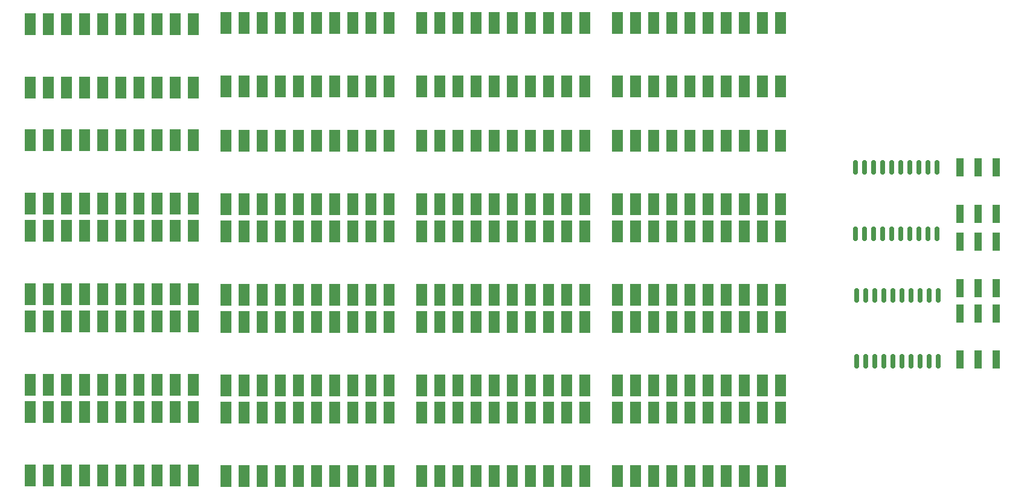
<source format=gbr>
%TF.GenerationSoftware,KiCad,Pcbnew,(6.0.6)*%
%TF.CreationDate,2022-07-29T18:16:28+02:00*%
%TF.ProjectId,csr,6373722e-6b69-4636-9164-5f7063625858,rev?*%
%TF.SameCoordinates,Original*%
%TF.FileFunction,Paste,Top*%
%TF.FilePolarity,Positive*%
%FSLAX46Y46*%
G04 Gerber Fmt 4.6, Leading zero omitted, Abs format (unit mm)*
G04 Created by KiCad (PCBNEW (6.0.6)) date 2022-07-29 18:16:28*
%MOMM*%
%LPD*%
G01*
G04 APERTURE LIST*
G04 Aperture macros list*
%AMRoundRect*
0 Rectangle with rounded corners*
0 $1 Rounding radius*
0 $2 $3 $4 $5 $6 $7 $8 $9 X,Y pos of 4 corners*
0 Add a 4 corners polygon primitive as box body*
4,1,4,$2,$3,$4,$5,$6,$7,$8,$9,$2,$3,0*
0 Add four circle primitives for the rounded corners*
1,1,$1+$1,$2,$3*
1,1,$1+$1,$4,$5*
1,1,$1+$1,$6,$7*
1,1,$1+$1,$8,$9*
0 Add four rect primitives between the rounded corners*
20,1,$1+$1,$2,$3,$4,$5,0*
20,1,$1+$1,$4,$5,$6,$7,0*
20,1,$1+$1,$6,$7,$8,$9,0*
20,1,$1+$1,$8,$9,$2,$3,0*%
G04 Aperture macros list end*
%ADD10R,1.600000X3.100000*%
%ADD11RoundRect,0.150000X-0.150000X0.875000X-0.150000X-0.875000X0.150000X-0.875000X0.150000X0.875000X0*%
%ADD12R,1.000000X2.500000*%
G04 APERTURE END LIST*
D10*
%TO.C,U22*%
X130556000Y-304927000D03*
X133096000Y-304927000D03*
X135636000Y-304927000D03*
X138176000Y-304927000D03*
X140716000Y-304927000D03*
X143256000Y-304927000D03*
X145796000Y-304927000D03*
X148336000Y-304927000D03*
X150876000Y-304927000D03*
X153416000Y-304927000D03*
X153416000Y-296037000D03*
X150876000Y-296037000D03*
X148336000Y-296037000D03*
X145796000Y-296037000D03*
X143256000Y-296037000D03*
X140716000Y-296037000D03*
X138176000Y-296037000D03*
X135636000Y-296037000D03*
X133096000Y-296037000D03*
X130556000Y-296037000D03*
%TD*%
%TO.C,U21*%
X103124000Y-304927000D03*
X105664000Y-304927000D03*
X108204000Y-304927000D03*
X110744000Y-304927000D03*
X113284000Y-304927000D03*
X115824000Y-304927000D03*
X118364000Y-304927000D03*
X120904000Y-304927000D03*
X123444000Y-304927000D03*
X125984000Y-304927000D03*
X125984000Y-296037000D03*
X123444000Y-296037000D03*
X120904000Y-296037000D03*
X118364000Y-296037000D03*
X115824000Y-296037000D03*
X113284000Y-296037000D03*
X110744000Y-296037000D03*
X108204000Y-296037000D03*
X105664000Y-296037000D03*
X103124000Y-296037000D03*
%TD*%
%TO.C,U20*%
X75692000Y-296037000D03*
X78232000Y-296037000D03*
X80772000Y-296037000D03*
X83312000Y-296037000D03*
X85852000Y-296037000D03*
X88392000Y-296037000D03*
X90932000Y-296037000D03*
X93472000Y-296037000D03*
X96012000Y-296037000D03*
X98552000Y-296037000D03*
X98552000Y-304927000D03*
X96012000Y-304927000D03*
X93472000Y-304927000D03*
X90932000Y-304927000D03*
X88392000Y-304927000D03*
X85852000Y-304927000D03*
X83312000Y-304927000D03*
X80772000Y-304927000D03*
X78232000Y-304927000D03*
X75692000Y-304927000D03*
%TD*%
%TO.C,U19*%
X48260000Y-305054000D03*
X50800000Y-305054000D03*
X53340000Y-305054000D03*
X55880000Y-305054000D03*
X58420000Y-305054000D03*
X60960000Y-305054000D03*
X63500000Y-305054000D03*
X66040000Y-305054000D03*
X68580000Y-305054000D03*
X71120000Y-305054000D03*
X71120000Y-296164000D03*
X68580000Y-296164000D03*
X66040000Y-296164000D03*
X63500000Y-296164000D03*
X60960000Y-296164000D03*
X58420000Y-296164000D03*
X55880000Y-296164000D03*
X53340000Y-296164000D03*
X50800000Y-296164000D03*
X48260000Y-296164000D03*
%TD*%
%TO.C,U18*%
X153416000Y-312547000D03*
X150876000Y-312547000D03*
X148336000Y-312547000D03*
X145796000Y-312547000D03*
X143256000Y-312547000D03*
X140716000Y-312547000D03*
X138176000Y-312547000D03*
X135636000Y-312547000D03*
X133096000Y-312547000D03*
X130556000Y-312547000D03*
X130556000Y-321437000D03*
X133096000Y-321437000D03*
X135636000Y-321437000D03*
X138176000Y-321437000D03*
X140716000Y-321437000D03*
X143256000Y-321437000D03*
X145796000Y-321437000D03*
X148336000Y-321437000D03*
X150876000Y-321437000D03*
X153416000Y-321437000D03*
%TD*%
%TO.C,U17*%
X125984000Y-312547000D03*
X123444000Y-312547000D03*
X120904000Y-312547000D03*
X118364000Y-312547000D03*
X115824000Y-312547000D03*
X113284000Y-312547000D03*
X110744000Y-312547000D03*
X108204000Y-312547000D03*
X105664000Y-312547000D03*
X103124000Y-312547000D03*
X103124000Y-321437000D03*
X105664000Y-321437000D03*
X108204000Y-321437000D03*
X110744000Y-321437000D03*
X113284000Y-321437000D03*
X115824000Y-321437000D03*
X118364000Y-321437000D03*
X120904000Y-321437000D03*
X123444000Y-321437000D03*
X125984000Y-321437000D03*
%TD*%
%TO.C,U16*%
X98552000Y-312547000D03*
X96012000Y-312547000D03*
X93472000Y-312547000D03*
X90932000Y-312547000D03*
X88392000Y-312547000D03*
X85852000Y-312547000D03*
X83312000Y-312547000D03*
X80772000Y-312547000D03*
X78232000Y-312547000D03*
X75692000Y-312547000D03*
X75692000Y-321437000D03*
X78232000Y-321437000D03*
X80772000Y-321437000D03*
X83312000Y-321437000D03*
X85852000Y-321437000D03*
X88392000Y-321437000D03*
X90932000Y-321437000D03*
X93472000Y-321437000D03*
X96012000Y-321437000D03*
X98552000Y-321437000D03*
%TD*%
%TO.C,U15*%
X153416000Y-325247000D03*
X150876000Y-325247000D03*
X148336000Y-325247000D03*
X145796000Y-325247000D03*
X143256000Y-325247000D03*
X140716000Y-325247000D03*
X138176000Y-325247000D03*
X135636000Y-325247000D03*
X133096000Y-325247000D03*
X130556000Y-325247000D03*
X130556000Y-334137000D03*
X133096000Y-334137000D03*
X135636000Y-334137000D03*
X138176000Y-334137000D03*
X140716000Y-334137000D03*
X143256000Y-334137000D03*
X145796000Y-334137000D03*
X148336000Y-334137000D03*
X150876000Y-334137000D03*
X153416000Y-334137000D03*
%TD*%
%TO.C,U14*%
X125984000Y-325247000D03*
X123444000Y-325247000D03*
X120904000Y-325247000D03*
X118364000Y-325247000D03*
X115824000Y-325247000D03*
X113284000Y-325247000D03*
X110744000Y-325247000D03*
X108204000Y-325247000D03*
X105664000Y-325247000D03*
X103124000Y-325247000D03*
X103124000Y-334137000D03*
X105664000Y-334137000D03*
X108204000Y-334137000D03*
X110744000Y-334137000D03*
X113284000Y-334137000D03*
X115824000Y-334137000D03*
X118364000Y-334137000D03*
X120904000Y-334137000D03*
X123444000Y-334137000D03*
X125984000Y-334137000D03*
%TD*%
%TO.C,U13*%
X98552000Y-325247000D03*
X96012000Y-325247000D03*
X93472000Y-325247000D03*
X90932000Y-325247000D03*
X88392000Y-325247000D03*
X85852000Y-325247000D03*
X83312000Y-325247000D03*
X80772000Y-325247000D03*
X78232000Y-325247000D03*
X75692000Y-325247000D03*
X75692000Y-334137000D03*
X78232000Y-334137000D03*
X80772000Y-334137000D03*
X83312000Y-334137000D03*
X85852000Y-334137000D03*
X88392000Y-334137000D03*
X90932000Y-334137000D03*
X93472000Y-334137000D03*
X96012000Y-334137000D03*
X98552000Y-334137000D03*
%TD*%
%TO.C,U12*%
X130556000Y-346837000D03*
X133096000Y-346837000D03*
X135636000Y-346837000D03*
X138176000Y-346837000D03*
X140716000Y-346837000D03*
X143256000Y-346837000D03*
X145796000Y-346837000D03*
X148336000Y-346837000D03*
X150876000Y-346837000D03*
X153416000Y-346837000D03*
X153416000Y-337947000D03*
X150876000Y-337947000D03*
X148336000Y-337947000D03*
X145796000Y-337947000D03*
X143256000Y-337947000D03*
X140716000Y-337947000D03*
X138176000Y-337947000D03*
X135636000Y-337947000D03*
X133096000Y-337947000D03*
X130556000Y-337947000D03*
%TD*%
%TO.C,U11*%
X103124000Y-346837000D03*
X105664000Y-346837000D03*
X108204000Y-346837000D03*
X110744000Y-346837000D03*
X113284000Y-346837000D03*
X115824000Y-346837000D03*
X118364000Y-346837000D03*
X120904000Y-346837000D03*
X123444000Y-346837000D03*
X125984000Y-346837000D03*
X125984000Y-337947000D03*
X123444000Y-337947000D03*
X120904000Y-337947000D03*
X118364000Y-337947000D03*
X115824000Y-337947000D03*
X113284000Y-337947000D03*
X110744000Y-337947000D03*
X108204000Y-337947000D03*
X105664000Y-337947000D03*
X103124000Y-337947000D03*
%TD*%
%TO.C,U10*%
X75692000Y-346837000D03*
X78232000Y-346837000D03*
X80772000Y-346837000D03*
X83312000Y-346837000D03*
X85852000Y-346837000D03*
X88392000Y-346837000D03*
X90932000Y-346837000D03*
X93472000Y-346837000D03*
X96012000Y-346837000D03*
X98552000Y-346837000D03*
X98552000Y-337947000D03*
X96012000Y-337947000D03*
X93472000Y-337947000D03*
X90932000Y-337947000D03*
X88392000Y-337947000D03*
X85852000Y-337947000D03*
X83312000Y-337947000D03*
X80772000Y-337947000D03*
X78232000Y-337947000D03*
X75692000Y-337947000D03*
%TD*%
%TO.C,U9*%
X48260000Y-346710000D03*
X50800000Y-346710000D03*
X53340000Y-346710000D03*
X55880000Y-346710000D03*
X58420000Y-346710000D03*
X60960000Y-346710000D03*
X63500000Y-346710000D03*
X66040000Y-346710000D03*
X68580000Y-346710000D03*
X71120000Y-346710000D03*
X71120000Y-337820000D03*
X68580000Y-337820000D03*
X66040000Y-337820000D03*
X63500000Y-337820000D03*
X60960000Y-337820000D03*
X58420000Y-337820000D03*
X55880000Y-337820000D03*
X53340000Y-337820000D03*
X50800000Y-337820000D03*
X48260000Y-337820000D03*
%TD*%
%TO.C,U8*%
X130556000Y-359537000D03*
X133096000Y-359537000D03*
X135636000Y-359537000D03*
X138176000Y-359537000D03*
X140716000Y-359537000D03*
X143256000Y-359537000D03*
X145796000Y-359537000D03*
X148336000Y-359537000D03*
X150876000Y-359537000D03*
X153416000Y-359537000D03*
X153416000Y-350647000D03*
X150876000Y-350647000D03*
X148336000Y-350647000D03*
X145796000Y-350647000D03*
X143256000Y-350647000D03*
X140716000Y-350647000D03*
X138176000Y-350647000D03*
X135636000Y-350647000D03*
X133096000Y-350647000D03*
X130556000Y-350647000D03*
%TD*%
%TO.C,U7*%
X103124000Y-359537000D03*
X105664000Y-359537000D03*
X108204000Y-359537000D03*
X110744000Y-359537000D03*
X113284000Y-359537000D03*
X115824000Y-359537000D03*
X118364000Y-359537000D03*
X120904000Y-359537000D03*
X123444000Y-359537000D03*
X125984000Y-359537000D03*
X125984000Y-350647000D03*
X123444000Y-350647000D03*
X120904000Y-350647000D03*
X118364000Y-350647000D03*
X115824000Y-350647000D03*
X113284000Y-350647000D03*
X110744000Y-350647000D03*
X108204000Y-350647000D03*
X105664000Y-350647000D03*
X103124000Y-350647000D03*
%TD*%
%TO.C,U6*%
X75692000Y-359537000D03*
X78232000Y-359537000D03*
X80772000Y-359537000D03*
X83312000Y-359537000D03*
X85852000Y-359537000D03*
X88392000Y-359537000D03*
X90932000Y-359537000D03*
X93472000Y-359537000D03*
X96012000Y-359537000D03*
X98552000Y-359537000D03*
X98552000Y-350647000D03*
X96012000Y-350647000D03*
X93472000Y-350647000D03*
X90932000Y-350647000D03*
X88392000Y-350647000D03*
X85852000Y-350647000D03*
X83312000Y-350647000D03*
X80772000Y-350647000D03*
X78232000Y-350647000D03*
X75692000Y-350647000D03*
%TD*%
%TO.C,U5*%
X48260000Y-359410000D03*
X50800000Y-359410000D03*
X53340000Y-359410000D03*
X55880000Y-359410000D03*
X58420000Y-359410000D03*
X60960000Y-359410000D03*
X63500000Y-359410000D03*
X66040000Y-359410000D03*
X68580000Y-359410000D03*
X71120000Y-359410000D03*
X71120000Y-350520000D03*
X68580000Y-350520000D03*
X66040000Y-350520000D03*
X63500000Y-350520000D03*
X60960000Y-350520000D03*
X58420000Y-350520000D03*
X55880000Y-350520000D03*
X53340000Y-350520000D03*
X50800000Y-350520000D03*
X48260000Y-350520000D03*
%TD*%
D11*
%TO.C,U4*%
X175514000Y-334186000D03*
X174244000Y-334186000D03*
X172974000Y-334186000D03*
X171704000Y-334186000D03*
X170434000Y-334186000D03*
X169164000Y-334186000D03*
X167894000Y-334186000D03*
X166624000Y-334186000D03*
X165354000Y-334186000D03*
X164084000Y-334186000D03*
X164084000Y-343486000D03*
X165354000Y-343486000D03*
X166624000Y-343486000D03*
X167894000Y-343486000D03*
X169164000Y-343486000D03*
X170434000Y-343486000D03*
X171704000Y-343486000D03*
X172974000Y-343486000D03*
X174244000Y-343486000D03*
X175514000Y-343486000D03*
%TD*%
D12*
%TO.C,SW1*%
X183642000Y-316282000D03*
X178562000Y-322782000D03*
X178562000Y-316282000D03*
X183642000Y-322782000D03*
X181102000Y-316282000D03*
X181102000Y-322782000D03*
%TD*%
D10*
%TO.C,U2*%
X71120000Y-312420000D03*
X68580000Y-312420000D03*
X66040000Y-312420000D03*
X63500000Y-312420000D03*
X60960000Y-312420000D03*
X58420000Y-312420000D03*
X55880000Y-312420000D03*
X53340000Y-312420000D03*
X50800000Y-312420000D03*
X48260000Y-312420000D03*
X48260000Y-321310000D03*
X50800000Y-321310000D03*
X53340000Y-321310000D03*
X55880000Y-321310000D03*
X58420000Y-321310000D03*
X60960000Y-321310000D03*
X63500000Y-321310000D03*
X66040000Y-321310000D03*
X68580000Y-321310000D03*
X71120000Y-321310000D03*
%TD*%
D12*
%TO.C,SW3*%
X183642000Y-336729000D03*
X178562000Y-343229000D03*
X178562000Y-336729000D03*
X183642000Y-343229000D03*
X181102000Y-336729000D03*
X181102000Y-343229000D03*
%TD*%
D10*
%TO.C,U1*%
X71120000Y-325120000D03*
X68580000Y-325120000D03*
X66040000Y-325120000D03*
X63500000Y-325120000D03*
X60960000Y-325120000D03*
X58420000Y-325120000D03*
X55880000Y-325120000D03*
X53340000Y-325120000D03*
X50800000Y-325120000D03*
X48260000Y-325120000D03*
X48260000Y-334010000D03*
X50800000Y-334010000D03*
X53340000Y-334010000D03*
X55880000Y-334010000D03*
X58420000Y-334010000D03*
X60960000Y-334010000D03*
X63500000Y-334010000D03*
X66040000Y-334010000D03*
X68580000Y-334010000D03*
X71120000Y-334010000D03*
%TD*%
D11*
%TO.C,U3*%
X175387000Y-316279000D03*
X174117000Y-316279000D03*
X172847000Y-316279000D03*
X171577000Y-316279000D03*
X170307000Y-316279000D03*
X169037000Y-316279000D03*
X167767000Y-316279000D03*
X166497000Y-316279000D03*
X165227000Y-316279000D03*
X163957000Y-316279000D03*
X163957000Y-325579000D03*
X165227000Y-325579000D03*
X166497000Y-325579000D03*
X167767000Y-325579000D03*
X169037000Y-325579000D03*
X170307000Y-325579000D03*
X171577000Y-325579000D03*
X172847000Y-325579000D03*
X174117000Y-325579000D03*
X175387000Y-325579000D03*
%TD*%
D12*
%TO.C,SW2*%
X183642000Y-326696000D03*
X178562000Y-333196000D03*
X178562000Y-326696000D03*
X183642000Y-333196000D03*
X181102000Y-333196000D03*
X181102000Y-326696000D03*
%TD*%
M02*

</source>
